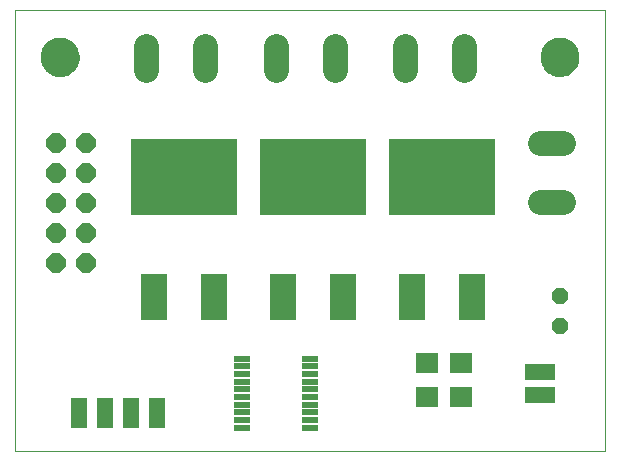
<source format=gts>
G75*
%MOIN*%
%OFA0B0*%
%FSLAX24Y24*%
%IPPOS*%
%LPD*%
%AMOC8*
5,1,8,0,0,1.08239X$1,22.5*
%
%ADD10C,0.0000*%
%ADD11C,0.1300*%
%ADD12R,0.0860X0.1540*%
%ADD13R,0.3540X0.2540*%
%ADD14C,0.0820*%
%ADD15OC8,0.0560*%
%ADD16R,0.0571X0.0197*%
%ADD17R,0.0750X0.0670*%
%ADD18R,0.1040X0.0540*%
%ADD19OC8,0.0640*%
%ADD20R,0.0540X0.1040*%
D10*
X000180Y000180D02*
X000180Y014865D01*
X019865Y014865D01*
X019865Y000180D01*
X000180Y000180D01*
X001050Y013305D02*
X001052Y013355D01*
X001058Y013405D01*
X001068Y013454D01*
X001082Y013502D01*
X001099Y013549D01*
X001120Y013594D01*
X001145Y013638D01*
X001173Y013679D01*
X001205Y013718D01*
X001239Y013755D01*
X001276Y013789D01*
X001316Y013819D01*
X001358Y013846D01*
X001402Y013870D01*
X001448Y013891D01*
X001495Y013907D01*
X001543Y013920D01*
X001593Y013929D01*
X001642Y013934D01*
X001693Y013935D01*
X001743Y013932D01*
X001792Y013925D01*
X001841Y013914D01*
X001889Y013899D01*
X001935Y013881D01*
X001980Y013859D01*
X002023Y013833D01*
X002064Y013804D01*
X002103Y013772D01*
X002139Y013737D01*
X002171Y013699D01*
X002201Y013659D01*
X002228Y013616D01*
X002251Y013572D01*
X002270Y013526D01*
X002286Y013478D01*
X002298Y013429D01*
X002306Y013380D01*
X002310Y013330D01*
X002310Y013280D01*
X002306Y013230D01*
X002298Y013181D01*
X002286Y013132D01*
X002270Y013084D01*
X002251Y013038D01*
X002228Y012994D01*
X002201Y012951D01*
X002171Y012911D01*
X002139Y012873D01*
X002103Y012838D01*
X002064Y012806D01*
X002023Y012777D01*
X001980Y012751D01*
X001935Y012729D01*
X001889Y012711D01*
X001841Y012696D01*
X001792Y012685D01*
X001743Y012678D01*
X001693Y012675D01*
X001642Y012676D01*
X001593Y012681D01*
X001543Y012690D01*
X001495Y012703D01*
X001448Y012719D01*
X001402Y012740D01*
X001358Y012764D01*
X001316Y012791D01*
X001276Y012821D01*
X001239Y012855D01*
X001205Y012892D01*
X001173Y012931D01*
X001145Y012972D01*
X001120Y013016D01*
X001099Y013061D01*
X001082Y013108D01*
X001068Y013156D01*
X001058Y013205D01*
X001052Y013255D01*
X001050Y013305D01*
X017710Y013305D02*
X017712Y013355D01*
X017718Y013405D01*
X017728Y013454D01*
X017742Y013502D01*
X017759Y013549D01*
X017780Y013594D01*
X017805Y013638D01*
X017833Y013679D01*
X017865Y013718D01*
X017899Y013755D01*
X017936Y013789D01*
X017976Y013819D01*
X018018Y013846D01*
X018062Y013870D01*
X018108Y013891D01*
X018155Y013907D01*
X018203Y013920D01*
X018253Y013929D01*
X018302Y013934D01*
X018353Y013935D01*
X018403Y013932D01*
X018452Y013925D01*
X018501Y013914D01*
X018549Y013899D01*
X018595Y013881D01*
X018640Y013859D01*
X018683Y013833D01*
X018724Y013804D01*
X018763Y013772D01*
X018799Y013737D01*
X018831Y013699D01*
X018861Y013659D01*
X018888Y013616D01*
X018911Y013572D01*
X018930Y013526D01*
X018946Y013478D01*
X018958Y013429D01*
X018966Y013380D01*
X018970Y013330D01*
X018970Y013280D01*
X018966Y013230D01*
X018958Y013181D01*
X018946Y013132D01*
X018930Y013084D01*
X018911Y013038D01*
X018888Y012994D01*
X018861Y012951D01*
X018831Y012911D01*
X018799Y012873D01*
X018763Y012838D01*
X018724Y012806D01*
X018683Y012777D01*
X018640Y012751D01*
X018595Y012729D01*
X018549Y012711D01*
X018501Y012696D01*
X018452Y012685D01*
X018403Y012678D01*
X018353Y012675D01*
X018302Y012676D01*
X018253Y012681D01*
X018203Y012690D01*
X018155Y012703D01*
X018108Y012719D01*
X018062Y012740D01*
X018018Y012764D01*
X017976Y012791D01*
X017936Y012821D01*
X017899Y012855D01*
X017865Y012892D01*
X017833Y012931D01*
X017805Y012972D01*
X017780Y013016D01*
X017759Y013061D01*
X017742Y013108D01*
X017728Y013156D01*
X017718Y013205D01*
X017712Y013255D01*
X017710Y013305D01*
D11*
X018340Y013305D03*
X001680Y013305D03*
D12*
X004805Y005305D03*
X006805Y005305D03*
X009130Y005305D03*
X011130Y005305D03*
X013430Y005305D03*
X015430Y005305D03*
D13*
X014430Y009305D03*
X010130Y009305D03*
X005805Y009305D03*
D14*
X006520Y012890D02*
X006520Y013670D01*
X004540Y013670D02*
X004540Y012890D01*
X008890Y012890D02*
X008890Y013670D01*
X010870Y013670D02*
X010870Y012890D01*
X013190Y012890D02*
X013190Y013670D01*
X015170Y013670D02*
X015170Y012890D01*
X017690Y010445D02*
X018470Y010445D01*
X018470Y008465D02*
X017690Y008465D01*
D15*
X018355Y005330D03*
X018355Y004330D03*
D16*
X010012Y003257D03*
X010012Y003001D03*
X010012Y002745D03*
X010012Y002489D03*
X010012Y002233D03*
X010012Y001977D03*
X010012Y001721D03*
X010012Y001465D03*
X010012Y001209D03*
X010012Y000953D03*
X007748Y000953D03*
X007748Y001209D03*
X007748Y001465D03*
X007748Y001721D03*
X007748Y001977D03*
X007748Y002233D03*
X007748Y002489D03*
X007748Y002745D03*
X007748Y003001D03*
X007748Y003257D03*
D17*
X013930Y003115D03*
X015055Y003115D03*
X015055Y001995D03*
X013930Y001995D03*
D18*
X017680Y002055D03*
X017680Y002805D03*
D19*
X002555Y006430D03*
X001555Y006430D03*
X001555Y007430D03*
X002555Y007430D03*
X002555Y008430D03*
X001555Y008430D03*
X001555Y009430D03*
X002555Y009430D03*
X002555Y010430D03*
X001555Y010430D03*
D20*
X002305Y001430D03*
X003180Y001430D03*
X004055Y001430D03*
X004930Y001430D03*
M02*

</source>
